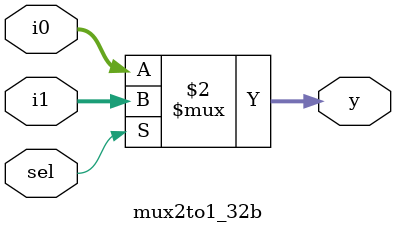
<source format=v>
module mux2to1_32b (i0,
                    i1,
                    sel,
                    y);
    input [31:0] i0, i1;
    input sel;
    output [31:0] y;
    
    assign y = (sel == 1'b1) ? i1 : i0;
    
endmodule
    
    

</source>
